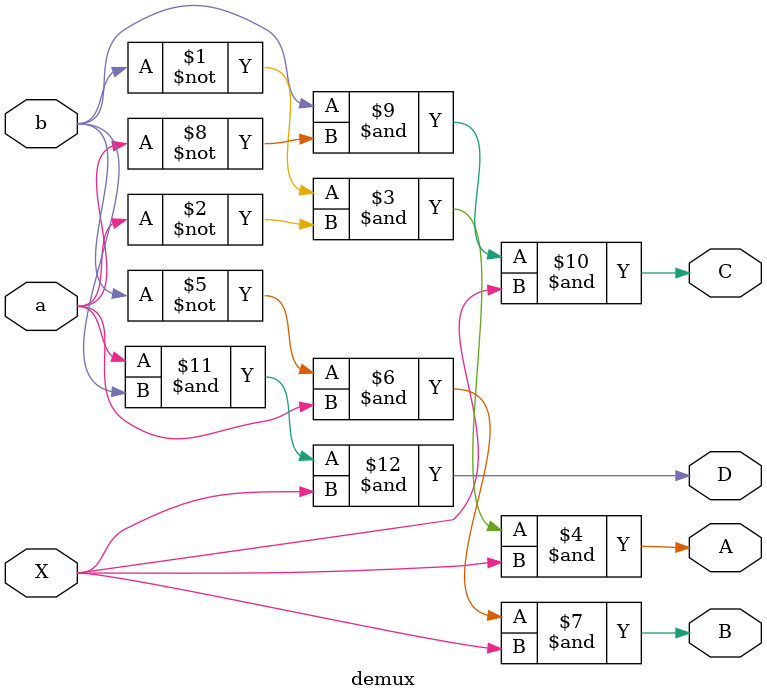
<source format=v>
`timescale 1ns / 1ps

module demux(
    input a,
    input b,
    input X,
    output A,
    output B,
    output C,
    output D
    );
    
    assign A = ~b&~a&X;
    assign B = ~b&a&X;
    assign C = b&~a&X;
    assign D = a&b&X;
endmodule

</source>
